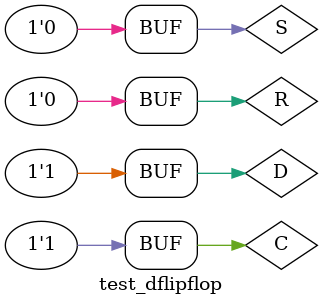
<source format=v>
`timescale 1ns / 1ps


module test_dflipflop;

	// Inputs
	reg D;
	reg C;
	reg R;
	reg S;

	// Outputs
	wire Q;
	wire NQ;

	// Instantiate the Unit Under Test (UUT)
	D_FLIPFLOP uut (
		.D(D), 
		.C(C), 
		.R(R), 
		.S(S), 
		.Q(Q), 
		.NQ(NQ)
	);

initial begin
           S = 0;
           R = 0;
	D = 0; #150;
	D = 1; #150;	 
end

always begin
	C=0; #50;
	C=1; #50;
end

      
endmodule


</source>
